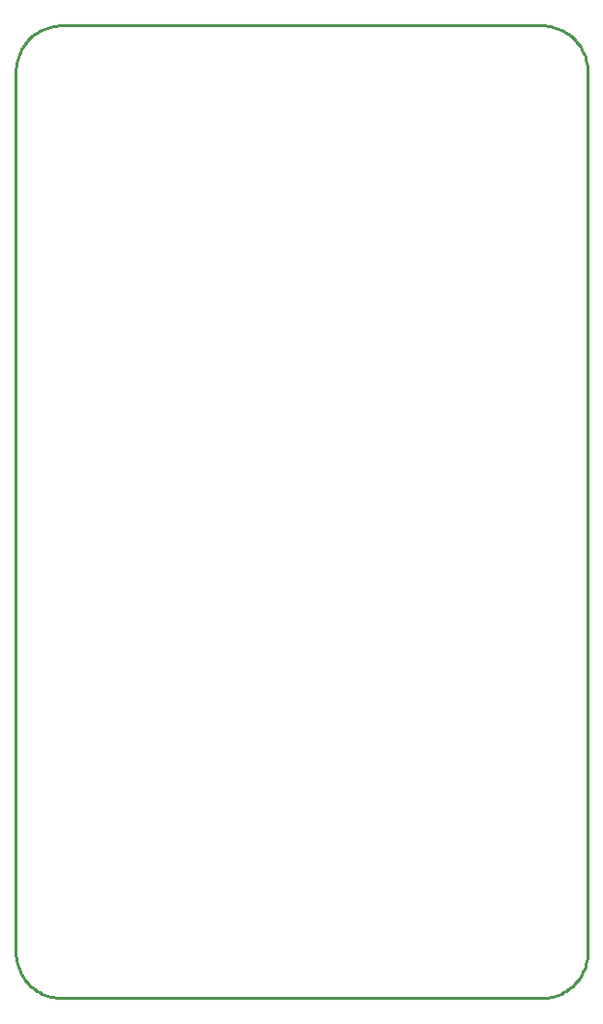
<source format=gm1>
G04*
G04 #@! TF.GenerationSoftware,Altium Limited,Altium Designer,21.7.1 (17)*
G04*
G04 Layer_Color=16711935*
%FSLAX25Y25*%
%MOIN*%
G70*
G04*
G04 #@! TF.SameCoordinates,4F73F3F9-A25A-42A2-B41E-11CF7C4F7039*
G04*
G04*
G04 #@! TF.FilePolarity,Positive*
G04*
G01*
G75*
%ADD13C,0.01000*%
D13*
X181102D02*
X182091Y31D01*
X183076Y124D01*
X184053Y279D01*
X185019Y495D01*
X185969Y771D01*
X186900Y1106D01*
X187808Y1499D01*
X188689Y1948D01*
X189541Y2451D01*
X190359Y3008D01*
X191141Y3614D01*
X191883Y4268D01*
X192582Y4968D01*
X193236Y5710D01*
X193843Y6492D01*
X194399Y7310D01*
X194903Y8161D01*
X195352Y9043D01*
X195745Y9951D01*
X196080Y10882D01*
X196356Y11832D01*
X196572Y12797D01*
X196726Y13774D01*
X196819Y14759D01*
X196850Y15748D01*
X0D02*
X31Y14759D01*
X124Y13774D01*
X279Y12797D01*
X495Y11832D01*
X771Y10882D01*
X1106Y9951D01*
X1499Y9043D01*
X1948Y8161D01*
X2451Y7310D01*
X3008Y6492D01*
X3614Y5710D01*
X4268Y4968D01*
X4968Y4268D01*
X5710Y3614D01*
X6492Y3008D01*
X7310Y2451D01*
X8161Y1948D01*
X9043Y1499D01*
X9951Y1106D01*
X10882Y771D01*
X11832Y495D01*
X12797Y279D01*
X13774Y124D01*
X14759Y31D01*
X15748Y0D01*
Y334646D02*
X14759Y334615D01*
X13774Y334522D01*
X12797Y334367D01*
X11832Y334151D01*
X10882Y333875D01*
X9951Y333540D01*
X9043Y333147D01*
X8161Y332698D01*
X7310Y332194D01*
X6492Y331638D01*
X5710Y331032D01*
X4968Y330378D01*
X4268Y329678D01*
X3614Y328936D01*
X3008Y328154D01*
X2451Y327336D01*
X1948Y326484D01*
X1499Y325603D01*
X1106Y324695D01*
X771Y323764D01*
X495Y322814D01*
X279Y321849D01*
X124Y320871D01*
X31Y319886D01*
X0Y318898D01*
X196850D02*
X196819Y319886D01*
X196726Y320871D01*
X196572Y321849D01*
X196356Y322814D01*
X196080Y323764D01*
X195745Y324695D01*
X195352Y325603D01*
X194903Y326484D01*
X194399Y327336D01*
X193843Y328154D01*
X193236Y328936D01*
X192582Y329678D01*
X191883Y330378D01*
X191140Y331032D01*
X190359Y331638D01*
X189541Y332194D01*
X188689Y332698D01*
X187808Y333147D01*
X186900Y333540D01*
X185969Y333875D01*
X185019Y334151D01*
X184053Y334367D01*
X183076Y334522D01*
X182091Y334615D01*
X181102Y334646D01*
X-0Y318898D02*
X0Y15748D01*
X15748Y334646D02*
X181102Y334646D01*
X196850Y318898D02*
X196850Y15748D01*
X15748Y-0D02*
X181102Y0D01*
M02*

</source>
